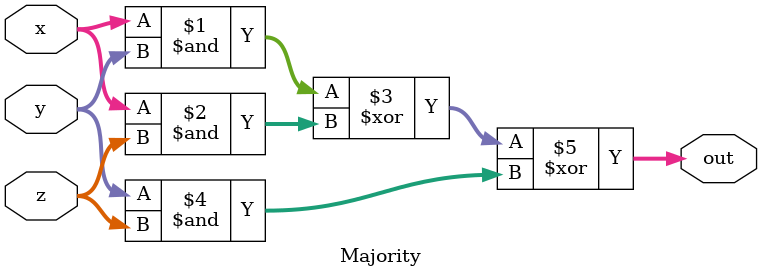
<source format=v>
/**
  * @file sha2_round.v
  * @brief SHA2 Round
  *
  * @section License
  *
  * Secure Element for QUBIP Project
  *
  * This Secure Element repository for QUBIP Project is subject to the
  * BSD 3-Clause License below.
  *
  * Copyright (c) 2024,
  *         Eros Camacho-Ruiz
  *         Pablo Navarro-Torrero
  *         Pau Ortega-Castro
  *         Apurba Karmakar
  *         Macarena C. Martínez-Rodríguez
  *         Piedad Brox
  *
  * All rights reserved.
  *
  * This Secure Element was developed by Instituto de Microelectrónica de
  * Sevilla - IMSE (CSIC/US) as part of the QUBIP Project, co-funded by the
  * European Union under the Horizon Europe framework programme
  * [grant agreement no. 101119746].
  *
  * -----------------------------------------------------------------------
  *
  * Redistribution and use in source and binary forms, with or without
  * modification, are permitted provided that the following conditions are met:
  *
  * 1. Redistributions of source code must retain the above copyright notice, this
  *    list of conditions and the following disclaimer.
  *
  * 2. Redistributions in binary form must reproduce the above copyright notice,
  *    this list of conditions and the following disclaimer in the documentation
  *    and/or other materials provided with the distribution.
  *
  * 3. Neither the name of the copyright holder nor the names of its
  *    contributors may be used to endorse or promote products derived from
  *    this software without specific prior written permission.
  *
  * THIS SOFTWARE IS PROVIDED BY THE COPYRIGHT HOLDERS AND CONTRIBUTORS "AS IS"
  * AND ANY EXPRESS OR IMPLIED WARRANTIES, INCLUDING, BUT NOT LIMITED TO, THE
  * IMPLIED WARRANTIES OF MERCHANTABILITY AND FITNESS FOR A PARTICULAR PURPOSE ARE
  * DISCLAIMED. IN NO EVENT SHALL THE COPYRIGHT HOLDER OR CONTRIBUTORS BE LIABLE
  * FOR ANY DIRECT, INDIRECT, INCIDENTAL, SPECIAL, EXEMPLARY, OR CONSEQUENTIAL
  * DAMAGES (INCLUDING, BUT NOT LIMITED TO, PROCUREMENT OF SUBSTITUTE GOODS OR
  * SERVICES; LOSS OF USE, DATA, OR PROFITS; OR BUSINESS INTERRUPTION) HOWEVER
  * CAUSED AND ON ANY THEORY OF LIABILITY, WHETHER IN CONTRACT, STRICT LIABILITY,
  * OR TORT (INCLUDING NEGLIGENCE OR OTHERWISE) ARISING IN ANY WAY OUT OF THE USE
  * OF THIS SOFTWARE, EVEN IF ADVISED OF THE POSSIBILITY OF SUCH DAMAGE.
  *
  *
  *
  *
  * @author Eros Camacho-Ruiz (camacho@imse-cnm.csic.es)
  * @version 1.0
  **/

`timescale 1ns / 1ps

module sha2_round (
    input               mode_sha2,  // 0: sha_256, 1: sha_384, sha_512, sha_512/256
    input [63:0]   a,
    input [63:0]   b,
    input [63:0]   c,
    input [63:0]   d,
    input [63:0]   e,
    input [63:0]   f,
    input [63:0]   g,
    input [63:0]   h,
    output [63:0]  a_out,
    output [63:0]  b_out,
    output [63:0]  c_out,
    output [63:0]  d_out,
    output [63:0]  e_out,
    output [63:0]  f_out,
    output [63:0]  g_out,
    output [63:0]  h_out,
    input [63:0]   W,
    input [31:0]   K_256,
    input [63:0]   K_512
    );
    
    wire    [31:0] out_1_256; // t - 16
    wire    [31:0] out_2_256; // t - 15
    wire    [31:0] out_3_256; // t - 7
    wire    [31:0] out_4_256; // t - 2
    wire    [31:0] T1_256;
    wire    [31:0] T2_256;
    
    wire    [63:0] out_1_512; // t - 16
    wire    [63:0] out_2_512; // t - 15
    wire    [63:0] out_3_512; // t - 7
    wire    [63:0] out_4_512; // t - 2
    wire    [63:0] T1_512;
    wire    [63:0] T2_512;
    
    eps_1       #(.SIZE(32)) eps1_256    (.x(e[31:0]), .out(out_1_256));
    Choice      #(.SIZE(32)) Ch_256      (.x(e[31:0]), .y(f[31:0]), .z(g[31:0]), .out(out_2_256));
    eps_0       #(.SIZE(32)) eps0_256    (.x(a[31:0]), .out(out_3_256));
    Majority    #(.SIZE(32)) Mj_256      (.x(a[31:0]), .y(b[31:0]), .z(c[31:0]), .out(out_4_256));
    
    eps_1_512   #(.SIZE(64)) eps1_512    (.x(e), .out(out_1_512));
    Choice      #(.SIZE(64)) Ch_512      (.x(e), .y(f), .z(g), .out(out_2_512));
    eps_0_512   #(.SIZE(64)) eps0_512    (.x(a), .out(out_3_512));
    Majority    #(.SIZE(64)) Mj_512      (.x(a), .y(b), .z(c), .out(out_4_512));
    
    assign T1_256 = out_1_256 + out_2_256 + h[31:0] + W[31:0] + K_256;
    assign T2_256 = out_3_256 + out_4_256;
    
    assign T1_512 = out_1_512 + out_2_512 + h + W + K_512;
    assign T2_512 = out_3_512 + out_4_512;
    
    assign a_out = (mode_sha2) ? T1_512 + T2_512 : T1_256 + T2_256;
    assign b_out = (mode_sha2) ? a : {32'h00000000,a[31:0]};
    assign c_out = (mode_sha2) ? b : {32'h00000000,b[31:0]};
    assign d_out = (mode_sha2) ? c : {32'h00000000,c[31:0]};
    assign e_out = (mode_sha2) ? d + T1_512 : d[31:0] + T1_256;
    assign f_out = (mode_sha2) ? e : {32'h00000000,e[31:0]};
    assign g_out = (mode_sha2) ? f : {32'h00000000,f[31:0]};
    assign h_out = (mode_sha2) ? g : {32'h00000000,g[31:0]};
    
endmodule

module Choice # (
    parameter SIZE = 32
    )(
    input [SIZE-1:0] x,
    input [SIZE-1:0] y,
    input [SIZE-1:0] z,
    output [SIZE-1:0] out
    );
    
    assign out = (x & y) ^ (~x & z);
endmodule

module Majority # (
    parameter SIZE = 32
    )(
    input [SIZE-1:0] x,
    input [SIZE-1:0] y,
    input [SIZE-1:0] z,
    output [SIZE-1:0] out
    );
    
    assign out = (x & y) ^ (x & z) ^ (y & z);
endmodule

</source>
